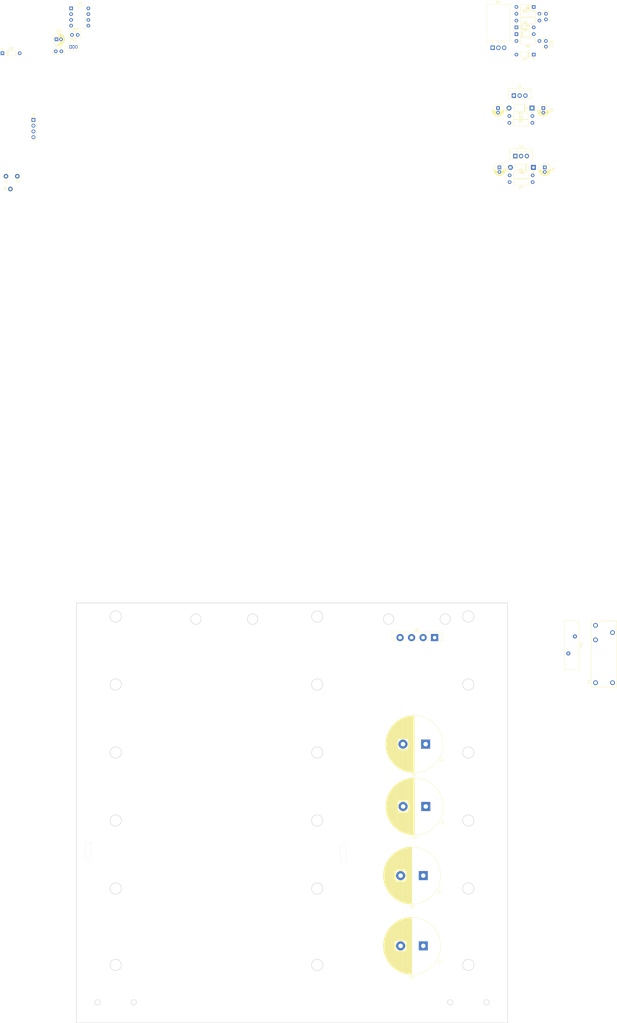
<source format=kicad_pcb>
(kicad_pcb (version 20171130) (host pcbnew 5.1.6)
  (layers (0 F.Cu signal) (31 B.Cu signal) (34 B.Paste user) (35 F.Paste user) (36 B.SilkS user) (37 F.SilkS user) (38 B.Mask user) (39 F.Mask user) (44 Edge.Cuts user))
  (net 0 "")
  (net 1 GND)
  (net 2 +12V)
  (net 3 "Net-(C7-Pad1)")
  (net 4 +5V)
  (net 5 "Net-(C10-Pad1)")
  (net 6 "Net-(D2-Pad2)")
  (net 7 "Net-(D2-Pad3)")
  (net 8 "Net-(D3-Pad2)")
  (net 9 "Net-(D4-Pad3)")
  (net 10 "Net-(D7-Pad2)")
  (net 11 VDC)
  (net 12 "Net-(C11-Pad1)")
  (net 13 "Net-(C12-Pad1)")
  (net 14 "Net-(C13-Pad1)")
  (net 15 "Net-(D8-Pad2)")
  (net 16 "Net-(J3-Pad1)")
  (net 17 "Net-(K1-Pad12)")
  (net 18 "Net-(Q1-Pad2)")
  (net 19 "Net-(R7-Pad1)")
  (module Package_DIP:DIP-8_W7.62mm (layer F.Cu) (at 27.610225 -169.58)
    (fp_text reference U3 (at 3.81 -2.33) (layer F.SilkS))
    (fp_text value NE555P)
    (pad 8 thru_hole oval (at 7.62 0) (size 1.6 1.6) (drill 0.8) (layers *.Cu *.Mask) (net 2 +12V))
    (pad 4 thru_hole oval (at 0 7.62) (size 1.6 1.6) (drill 0.8) (layers *.Cu *.Mask) (net 2 +12V))
    (pad 7 thru_hole oval (at 7.62 2.54) (size 1.6 1.6) (drill 0.8) (layers *.Cu *.Mask) (net 12 "Net-(C11-Pad1)"))
    (pad 3 thru_hole oval (at 0 5.08) (size 1.6 1.6) (drill 0.8) (layers *.Cu *.Mask) (net 19 "Net-(R7-Pad1)"))
    (pad 6 thru_hole oval (at 7.62 5.08) (size 1.6 1.6) (drill 0.8) (layers *.Cu *.Mask) (net 12 "Net-(C11-Pad1)"))
    (pad 2 thru_hole oval (at 0 2.54) (size 1.6 1.6) (drill 0.8) (layers *.Cu *.Mask) (net 14 "Net-(C13-Pad1)"))
    (pad 5 thru_hole oval (at 7.62 7.62) (size 1.6 1.6) (drill 0.8) (layers *.Cu *.Mask) (net 13 "Net-(C12-Pad1)"))
    (pad 1 thru_hole rect (at 0 0) (size 1.6 1.6) (drill 0.8) (layers *.Cu *.Mask) (net 1 GND))
  )
  (module Varistor:RV_Disc_D21.5mm_W6.1mm_P7.5mm (layer F.Cu) (at 247 115 90)
    (fp_text reference TH1 (at 3.75 5.7 90) (layer F.SilkS))
    (fp_text value 5R)
    (pad 2 thru_hole circle (at 7.5 2.9 90) (size 1.8 1.8) (drill 0.8) (layers *.Cu *.Mask) (net 16 "Net-(J3-Pad1)"))
    (pad 1 thru_hole circle (at 0 0 90) (size 1.8 1.8) (drill 0.8) (layers *.Cu *.Mask) (net 7 "Net-(D2-Pad3)"))
  )
  (module Package_TO_SOT_THT:TO-92_Inline (layer F.Cu) (at 27.400225 -152.6)
    (fp_text reference Q1 (at 1.27 -3.56) (layer F.SilkS))
    (fp_text value BC548)
    (pad 1 thru_hole rect (at 0 0) (size 1.05 1.5) (drill 0.75) (layers *.Cu *.Mask) (net 15 "Net-(D8-Pad2)"))
    (pad 3 thru_hole oval (at 2.54 0) (size 1.05 1.5) (drill 0.75) (layers *.Cu *.Mask) (net 1 GND))
    (pad 2 thru_hole oval (at 1.27 0) (size 1.05 1.5) (drill 0.75) (layers *.Cu *.Mask) (net 18 "Net-(Q1-Pad2)"))
  )
  (module ak:RY611012 (layer F.Cu) (at 259 109 90)
    (fp_text reference K1 (at -18.5 -3 90) (layer F.SilkS))
    (fp_text value RY611012)
    (pad A1 thru_hole circle (at -18.9 7.5 90) (size 2.1 2.1) (drill 1.3) (layers *.Cu *.Mask) (net 2 +12V))
    (pad A2 thru_hole circle (at -18.9 0 90) (size 2.1 2.1) (drill 1.3) (layers *.Cu *.Mask) (net 15 "Net-(D8-Pad2)"))
    (pad 11 thru_hole circle (at 3.2 7.5 90) (size 2.1 2.1) (drill 1.3) (layers *.Cu *.Mask) (net 7 "Net-(D2-Pad3)"))
    (pad 14 thru_hole circle (at 6.4 0 90) (size 2.1 2.1) (drill 1.3) (layers *.Cu *.Mask) (net 16 "Net-(J3-Pad1)"))
    (pad 12 thru_hole circle (at 0 0 90) (size 2.1 2.1) (drill 1.3) (layers *.Cu *.Mask) (net 17 "Net-(K1-Pad12)"))
  )
  (module Connector_PinHeader_2.54mm:PinHeader_1x04_P2.54mm_Vertical (layer F.Cu) (at 10.99 -120.37)
    (fp_text reference J5 (at 0 -2.33) (layer F.SilkS))
    (fp_text value Conn_01x04)
    (pad 4 thru_hole oval (at 0 7.62) (size 1.7 1.7) (drill 1) (layers *.Cu *.Mask) (net 1 GND))
    (pad 3 thru_hole oval (at 0 5.08) (size 1.7 1.7) (drill 1) (layers *.Cu *.Mask) (net 1 GND))
    (pad 2 thru_hole oval (at 0 2.54) (size 1.7 1.7) (drill 1) (layers *.Cu *.Mask) (net 4 +5V))
    (pad 1 thru_hole rect (at 0 0) (size 1.7 1.7) (drill 1) (layers *.Cu *.Mask) (net 2 +12V))
  )
  (module Diode_THT:D_DO-35_SOD27_P7.62mm_Horizontal (layer F.Cu) (at -2.689775 -149.78)
    (fp_text reference D9 (at 3.81 -2.12) (layer F.SilkS))
    (fp_text value 1N4148)
    (fp_text user K (at 0 -1.8) (layer F.SilkS))
    (pad 2 thru_hole oval (at 7.62 0) (size 1.6 1.6) (drill 0.8) (layers *.Cu *.Mask) (net 5 "Net-(C10-Pad1)"))
    (pad 1 thru_hole rect (at 0 0) (size 1.6 1.6) (drill 0.8) (layers *.Cu *.Mask) (net 9 "Net-(D4-Pad3)"))
  )
  (module Capacitor_THT:C_Disc_D5.0mm_W2.5mm_P2.50mm (layer F.Cu) (at 20.810225 -150.63)
    (fp_text reference C13 (at 1.25 -2.5) (layer F.SilkS))
    (fp_text value 100nF)
    (pad 2 thru_hole circle (at 2.5 0) (size 1.6 1.6) (drill 0.8) (layers *.Cu *.Mask) (net 1 GND))
    (pad 1 thru_hole circle (at 0 0) (size 1.6 1.6) (drill 0.8) (layers *.Cu *.Mask) (net 14 "Net-(C13-Pad1)"))
  )
  (module Capacitor_THT:C_Disc_D5.0mm_W2.5mm_P2.50mm (layer F.Cu) (at 28.010225 -157.88)
    (fp_text reference C12 (at 1.25 -2.5) (layer F.SilkS))
    (fp_text value 100nF)
    (pad 2 thru_hole circle (at 2.5 0) (size 1.6 1.6) (drill 0.8) (layers *.Cu *.Mask) (net 1 GND))
    (pad 1 thru_hole circle (at 0 0) (size 1.6 1.6) (drill 0.8) (layers *.Cu *.Mask) (net 13 "Net-(C12-Pad1)"))
  )
  (module Capacitor_THT:CP_Radial_D5.0mm_P2.00mm (layer F.Cu) (at 21.15 -155.93)
    (fp_text reference C11 (at 1 -3.75) (layer F.SilkS))
    (fp_text value 10uF)
    (pad 2 thru_hole circle (at 2 0) (size 1.6 1.6) (drill 0.8) (layers *.Cu *.Mask) (net 1 GND))
    (pad 1 thru_hole rect (at 0 0) (size 1.6 1.6) (drill 0.8) (layers *.Cu *.Mask) (net 12 "Net-(C11-Pad1)"))
  )
  (module Package_TO_SOT_THT:TO-220-3_Vertical (layer F.Cu) (at 223.6 -104.42)
    (fp_text reference U2 (at 2.54 -4.27) (layer F.SilkS))
    (fp_text value LM1084-5)
    (pad 3 thru_hole oval (at 5.08 0) (size 1.905 2) (drill 1.1) (layers *.Cu *.Mask) (net 2 +12V))
    (pad 2 thru_hole oval (at 2.54 0) (size 1.905 2) (drill 1.1) (layers *.Cu *.Mask) (net 4 +5V))
    (pad 1 thru_hole rect (at 0 0) (size 1.905 2) (drill 1.1) (layers *.Cu *.Mask) (net 1 GND))
  )
  (module Package_TO_SOT_THT:TO-220-3_Vertical (layer F.Cu) (at 222.98 -131.09)
    (fp_text reference U1 (at 2.54 -4.27) (layer F.SilkS))
    (fp_text value LM1084-12)
    (pad 3 thru_hole oval (at 5.08 0) (size 1.905 2) (drill 1.1) (layers *.Cu *.Mask) (net 11 VDC))
    (pad 2 thru_hole oval (at 2.54 0) (size 1.905 2) (drill 1.1) (layers *.Cu *.Mask) (net 2 +12V))
    (pad 1 thru_hole rect (at 0 0) (size 1.905 2) (drill 1.1) (layers *.Cu *.Mask) (net 1 GND))
  )
  (module Resistor_THT:R_Axial_DIN0207_L6.3mm_D2.5mm_P10.16mm_Horizontal (layer F.Cu) (at 231.26 -92.92 180)
    (fp_text reference R7 (at 5.08 -2.37) (layer F.SilkS))
    (fp_text value 10k)
    (pad 2 thru_hole oval (at 10.16 0 180) (size 1.6 1.6) (drill 0.8) (layers *.Cu *.Mask) (net 18 "Net-(Q1-Pad2)"))
    (pad 1 thru_hole circle (at 0 0 180) (size 1.6 1.6) (drill 0.8) (layers *.Cu *.Mask) (net 19 "Net-(R7-Pad1)"))
  )
  (module Resistor_THT:R_Axial_DIN0207_L6.3mm_D2.5mm_P10.16mm_Horizontal (layer F.Cu) (at 234.26 -155.2 180)
    (fp_text reference R6 (at 5.08 -2.37) (layer F.SilkS))
    (fp_text value 470R)
    (pad 2 thru_hole oval (at 10.16 0 180) (size 1.6 1.6) (drill 0.8) (layers *.Cu *.Mask) (net 1 GND))
    (pad 1 thru_hole circle (at 0 0 180) (size 1.6 1.6) (drill 0.8) (layers *.Cu *.Mask) (net 10 "Net-(D7-Pad2)"))
  )
  (module Resistor_THT:R_Axial_DIN0207_L6.3mm_D2.5mm_P10.16mm_Horizontal (layer F.Cu) (at 221.1 -95.92)
    (fp_text reference R5 (at 5.08 -2.37) (layer F.SilkS))
    (fp_text value 100k)
    (pad 2 thru_hole oval (at 10.16 0) (size 1.6 1.6) (drill 0.8) (layers *.Cu *.Mask) (net 14 "Net-(C13-Pad1)"))
    (pad 1 thru_hole circle (at 0 0) (size 1.6 1.6) (drill 0.8) (layers *.Cu *.Mask) (net 2 +12V))
  )
  (module Resistor_THT:R_Axial_DIN0207_L6.3mm_D2.5mm_P10.16mm_Horizontal (layer F.Cu) (at 224.1 -167.2)
    (fp_text reference R4 (at 5.08 -2.37) (layer F.SilkS))
    (fp_text value 100k)
    (pad 2 thru_hole oval (at 10.16 0) (size 1.6 1.6) (drill 0.8) (layers *.Cu *.Mask) (net 12 "Net-(C11-Pad1)"))
    (pad 1 thru_hole circle (at 0 0) (size 1.6 1.6) (drill 0.8) (layers *.Cu *.Mask) (net 2 +12V))
  )
  (module Resistor_THT:R_Axial_DIN0207_L6.3mm_D2.5mm_P10.16mm_Horizontal (layer F.Cu) (at 220.98 -119.09)
    (fp_text reference R3 (at 5.08 -2.37) (layer F.SilkS))
    (fp_text value 100R)
    (pad 2 thru_hole oval (at 10.16 0) (size 1.6 1.6) (drill 0.8) (layers *.Cu *.Mask) (net 10 "Net-(D7-Pad2)"))
    (pad 1 thru_hole circle (at 0 0) (size 1.6 1.6) (drill 0.8) (layers *.Cu *.Mask) (net 5 "Net-(C10-Pad1)"))
  )
  (module Resistor_THT:R_Axial_DIN0207_L6.3mm_D2.5mm_P10.16mm_Horizontal (layer F.Cu) (at 234.26 -164.2 180)
    (fp_text reference R2 (at 5.08 -2.37) (layer F.SilkS))
    (fp_text value 470R)
    (pad 2 thru_hole oval (at 10.16 0 180) (size 1.6 1.6) (drill 0.8) (layers *.Cu *.Mask) (net 1 GND))
    (pad 1 thru_hole circle (at 0 0 180) (size 1.6 1.6) (drill 0.8) (layers *.Cu *.Mask) (net 8 "Net-(D3-Pad2)"))
  )
  (module Resistor_THT:R_Axial_DIN0207_L6.3mm_D2.5mm_P10.16mm_Horizontal (layer F.Cu) (at 231.14 -122.09 180)
    (fp_text reference R1 (at 5.08 -2.37) (layer F.SilkS))
    (fp_text value 100R)
    (pad 2 thru_hole oval (at 10.16 0 180) (size 1.6 1.6) (drill 0.8) (layers *.Cu *.Mask) (net 8 "Net-(D3-Pad2)"))
    (pad 1 thru_hole circle (at 0 0 180) (size 1.6 1.6) (drill 0.8) (layers *.Cu *.Mask) (net 3 "Net-(C7-Pad1)"))
  )
  (module Connector_Pin:Pin_D1.0mm_L10.0mm (layer F.Cu) (at 3.87 -95.52)
    (fp_text reference J4 (at 0 2.25) (layer F.SilkS))
    (fp_text value Conn_01x01 hide)
    (pad 1 thru_hole circle (at 0 0) (size 2 2) (drill 1) (layers *.Cu *.Mask) (net 16 "Net-(J3-Pad1)"))
  )
  (module Connector_Pin:Pin_D1.0mm_L10.0mm (layer F.Cu) (at 0.83 -89.89 270)
    (fp_text reference J3 (at 0 2.25 90) (layer F.SilkS))
    (fp_text value Conn_01x01 hide)
    (pad 1 thru_hole circle (at 0 0 270) (size 2 2) (drill 1) (layers *.Cu *.Mask) (net 16 "Net-(J3-Pad1)"))
  )
  (module Connector_Pin:Pin_D1.0mm_L10.0mm (layer F.Cu) (at -1.13 -95.52)
    (fp_text reference J1 (at 0 2.25) (layer F.SilkS))
    (fp_text value Conn_01x01 hide)
    (pad 1 thru_hole circle (at 0 0) (size 2 2) (drill 1) (layers *.Cu *.Mask) (net 6 "Net-(D2-Pad2)"))
  )
  (module Diode_THT:D_DO-35_SOD27_P7.62mm_Horizontal (layer F.Cu) (at 224.1 -158.2)
    (fp_text reference D8 (at 3.81 -2.12) (layer F.SilkS))
    (fp_text value 1N4148)
    (fp_text user K (at 0 -1.8) (layer F.SilkS))
    (pad 2 thru_hole oval (at 7.62 0) (size 1.6 1.6) (drill 0.8) (layers *.Cu *.Mask) (net 15 "Net-(D8-Pad2)"))
    (pad 1 thru_hole rect (at 0 0) (size 1.6 1.6) (drill 0.8) (layers *.Cu *.Mask) (net 2 +12V))
  )
  (module Diode_THT:D_DO-35_SOD27_P7.62mm_Horizontal (layer F.Cu) (at 231.72 -149.2 180)
    (fp_text reference D7 (at 3.81 -2.12) (layer F.SilkS))
    (fp_text value 5V)
    (fp_text user K (at 0 -1.8) (layer F.SilkS))
    (pad 2 thru_hole oval (at 7.62 0 180) (size 1.6 1.6) (drill 0.8) (layers *.Cu *.Mask) (net 10 "Net-(D7-Pad2)"))
    (pad 1 thru_hole rect (at 0 0 180) (size 1.6 1.6) (drill 0.8) (layers *.Cu *.Mask) (net 4 +5V))
  )
  (module Diode_THT:D_DO-41_SOD81_P10.16mm_Horizontal (layer F.Cu) (at 231.6 -99.42 180)
    (fp_text reference D6 (at 5.08 -2.47) (layer F.SilkS))
    (fp_text value 1N5819)
    (fp_text user K (at 0 -2.1) (layer F.SilkS))
    (pad 2 thru_hole oval (at 10.16 0 180) (size 2.2 2.2) (drill 1.1) (layers *.Cu *.Mask) (net 4 +5V))
    (pad 1 thru_hole rect (at 0 0 180) (size 2.2 2.2) (drill 1.1) (layers *.Cu *.Mask) (net 2 +12V))
  )
  (module Diode_THT:D_DO-35_SOD27_P7.62mm_Horizontal (layer F.Cu) (at 224.1 -161.2)
    (fp_text reference D5 (at 3.81 -2.12) (layer F.SilkS))
    (fp_text value 1N4148)
    (fp_text user K (at 0 -1.8) (layer F.SilkS))
    (pad 2 thru_hole oval (at 7.62 0) (size 1.6 1.6) (drill 0.8) (layers *.Cu *.Mask) (net 3 "Net-(C7-Pad1)"))
    (pad 1 thru_hole rect (at 0 0) (size 1.6 1.6) (drill 0.8) (layers *.Cu *.Mask) (net 9 "Net-(D4-Pad3)"))
  )
  (module Package_TO_SOT_THT:TO-220F-3_Horizontal_TabDown (layer F.Cu) (at 213.6 -152.2)
    (fp_text reference D4 (at 2.54 -20.22) (layer F.SilkS))
    (fp_text value Q_SCR_KAG)
    (pad 3 thru_hole oval (at 5.08 0) (size 1.905 2) (drill 1.2) (layers *.Cu *.Mask) (net 9 "Net-(D4-Pad3)"))
    (pad 2 thru_hole oval (at 2.54 0) (size 1.905 2) (drill 1.2) (layers *.Cu *.Mask) (net 11 VDC))
    (pad 1 thru_hole rect (at 0 0) (size 1.905 2) (drill 1.2) (layers *.Cu *.Mask) (net 1 GND))
    (pad "" np_thru_hole oval (at 2.54 -15.8) (size 3.5 3.5) (drill 3.5) (layers *.Cu *.Mask))
  )
  (module Diode_THT:D_DO-35_SOD27_P7.62mm_Horizontal (layer F.Cu) (at 231.72 -170.2 180)
    (fp_text reference D3 (at 3.81 -2.12) (layer F.SilkS))
    (fp_text value 12V)
    (fp_text user K (at 0 -1.8) (layer F.SilkS))
    (pad 2 thru_hole oval (at 7.62 0 180) (size 1.6 1.6) (drill 0.8) (layers *.Cu *.Mask) (net 8 "Net-(D3-Pad2)"))
    (pad 1 thru_hole rect (at 0 0 180) (size 1.6 1.6) (drill 0.8) (layers *.Cu *.Mask) (net 2 +12V))
  )
  (module Diode_THT:Diode_Bridge_Vishay_GBU (layer F.Cu) (at 188 108 180)
    (fp_text reference D2 (at 7.7 3.3 180) (layer F.SilkS))
    (fp_text value D_Bridge_+AA-)
    (pad 1 thru_hole rect (at 0 0 180) (size 3.2 3.2) (drill 1.6) (layers *.Cu *.Mask) (net 11 VDC))
    (pad 2 thru_hole circle (at 5.08 0 180) (size 3.2 3.2) (drill 1.6) (layers *.Cu *.Mask) (net 6 "Net-(D2-Pad2)"))
    (pad 3 thru_hole circle (at 10.16 0 180) (size 3.2 3.2) (drill 1.6) (layers *.Cu *.Mask) (net 7 "Net-(D2-Pad3)"))
    (pad 4 thru_hole circle (at 15.24 0 180) (size 3.2 3.2) (drill 1.6) (layers *.Cu *.Mask) (net 1 GND))
  )
  (module Diode_THT:D_DO-41_SOD81_P10.16mm_Horizontal (layer F.Cu) (at 230.98 -125.59 180)
    (fp_text reference D1 (at 5.08 -2.47) (layer F.SilkS))
    (fp_text value 1N5819)
    (fp_text user K (at 0 -2.1) (layer F.SilkS))
    (pad 2 thru_hole oval (at 10.16 0 180) (size 2.2 2.2) (drill 1.1) (layers *.Cu *.Mask) (net 2 +12V))
    (pad 1 thru_hole rect (at 0 0 180) (size 2.2 2.2) (drill 1.1) (layers *.Cu *.Mask) (net 11 VDC))
  )
  (module Capacitor_THT:C_Disc_D5.0mm_W2.5mm_P2.50mm (layer F.Cu) (at 237.1 -155.2 270)
    (fp_text reference C10 (at 1.25 -2.5 90) (layer F.SilkS))
    (fp_text value 100nF)
    (pad 2 thru_hole circle (at 2.5 0 270) (size 1.6 1.6) (drill 0.8) (layers *.Cu *.Mask) (net 1 GND))
    (pad 1 thru_hole circle (at 0 0 270) (size 1.6 1.6) (drill 0.8) (layers *.Cu *.Mask) (net 5 "Net-(C10-Pad1)"))
  )
  (module Capacitor_THT:CP_Radial_D5.0mm_P2.00mm (layer F.Cu) (at 216.6 -99.42 270)
    (fp_text reference C9 (at 1 -3.75 90) (layer F.SilkS))
    (fp_text value 10uF)
    (pad 2 thru_hole circle (at 2 0 270) (size 1.6 1.6) (drill 0.8) (layers *.Cu *.Mask) (net 1 GND))
    (pad 1 thru_hole rect (at 0 0 270) (size 1.6 1.6) (drill 0.8) (layers *.Cu *.Mask) (net 4 +5V))
  )
  (module Capacitor_THT:CP_Radial_D5.0mm_P2.00mm (layer F.Cu) (at 236.6 -99.42 270)
    (fp_text reference C8 (at 1 -3.75 90) (layer F.SilkS))
    (fp_text value 10uF)
    (pad 2 thru_hole circle (at 2 0 270) (size 1.6 1.6) (drill 0.8) (layers *.Cu *.Mask) (net 1 GND))
    (pad 1 thru_hole rect (at 0 0 270) (size 1.6 1.6) (drill 0.8) (layers *.Cu *.Mask) (net 2 +12V))
  )
  (module Capacitor_THT:C_Disc_D5.0mm_W2.5mm_P2.50mm (layer F.Cu) (at 237.1 -164.7 90)
    (fp_text reference C7 (at 1.25 -2.5 90) (layer F.SilkS))
    (fp_text value 100nF)
    (pad 2 thru_hole circle (at 2.5 0 90) (size 1.6 1.6) (drill 0.8) (layers *.Cu *.Mask) (net 1 GND))
    (pad 1 thru_hole circle (at 0 0 90) (size 1.6 1.6) (drill 0.8) (layers *.Cu *.Mask) (net 3 "Net-(C7-Pad1)"))
  )
  (module Capacitor_THT:CP_Radial_D5.0mm_P2.00mm (layer F.Cu) (at 215.98 -125.59 270)
    (fp_text reference C6 (at 1 -3.75 90) (layer F.SilkS))
    (fp_text value 10uF)
    (pad 2 thru_hole circle (at 2 0 270) (size 1.6 1.6) (drill 0.8) (layers *.Cu *.Mask) (net 1 GND))
    (pad 1 thru_hole rect (at 0 0 270) (size 1.6 1.6) (drill 0.8) (layers *.Cu *.Mask) (net 2 +12V))
  )
  (module Capacitor_THT:CP_Radial_D5.0mm_P2.00mm (layer F.Cu) (at 235.98 -125.59 270)
    (fp_text reference C5 (at 1 -3.75 90) (layer F.SilkS))
    (fp_text value 10uF)
    (pad 2 thru_hole circle (at 2 0 270) (size 1.6 1.6) (drill 0.8) (layers *.Cu *.Mask) (net 1 GND))
    (pad 1 thru_hole rect (at 0 0 270) (size 1.6 1.6) (drill 0.8) (layers *.Cu *.Mask) (net 11 VDC))
  )
  (module Capacitor_THT:CP_Radial_D25.0mm_P10.00mm_SnapIn (layer F.Cu) (at 184.1 182.5 180)
    (fp_text reference C4 (at 5 -13.75) (layer F.SilkS))
    (fp_text value 4700uF)
    (pad 2 thru_hole circle (at 10 0 180) (size 4 4) (drill 2) (layers *.Cu *.Mask) (net 1 GND))
    (pad 1 thru_hole rect (at 0 0 180) (size 4 4) (drill 2) (layers *.Cu *.Mask) (net 11 VDC))
  )
  (module Capacitor_THT:CP_Radial_D25.0mm_P10.00mm_SnapIn (layer F.Cu) (at 183 244 180)
    (fp_text reference C3 (at 5 -13.75) (layer F.SilkS))
    (fp_text value 4700uF)
    (pad 2 thru_hole circle (at 10 0 180) (size 4 4) (drill 2) (layers *.Cu *.Mask) (net 1 GND))
    (pad 1 thru_hole rect (at 0 0 180) (size 4 4) (drill 2) (layers *.Cu *.Mask) (net 11 VDC))
  )
  (module Capacitor_THT:CP_Radial_D25.0mm_P10.00mm_SnapIn (layer F.Cu) (at 183 213 180)
    (fp_text reference C2 (at 5 -13.75) (layer F.SilkS))
    (fp_text value 4700uF)
    (pad 2 thru_hole circle (at 10 0 180) (size 4 4) (drill 2) (layers *.Cu *.Mask) (net 1 GND))
    (pad 1 thru_hole rect (at 0 0 180) (size 4 4) (drill 2) (layers *.Cu *.Mask) (net 11 VDC))
  )
  (module Capacitor_THT:CP_Radial_D25.0mm_P10.00mm_SnapIn (layer F.Cu) (at 184.04 155 180)
    (fp_text reference C1 (at 5 -13.75) (layer F.SilkS))
    (fp_text value 4700uF)
    (pad 2 thru_hole circle (at 10 0 180) (size 4 4) (drill 2) (layers *.Cu *.Mask) (net 1 GND))
    (pad 1 thru_hole rect (at 0 0 180) (size 4 4) (drill 2) (layers *.Cu *.Mask) (net 11 VDC))
  )
  (gr_curve (pts (xy 194.824153 99.082317) (xy 194.7681 98.921162) (xy 194.693562 98.767044) (xy 194.601658 98.623323)) (layer Edge.Cuts) (width 0.2))
  (gr_curve (pts (xy 194.601658 98.623323) (xy 194.511857 98.482892) (xy 194.406083 98.353341) (xy 194.286154 98.237618)) (layer Edge.Cuts) (width 0.2))
  (gr_arc (start 192.666229 99.600531) (end 194.286154 98.237618) (angle -99.84934888) (layer Edge.Cuts) (width 0.2))
  (gr_circle (center 202.866229 98.700531) (end 200.366229 98.700531) (layer Edge.Cuts) (width 0.2))
  (gr_arc (start 167.666229 99.600531) (end 167.004491 102.073526) (angle -29.96109879) (layer Edge.Cuts) (width 0.2))
  (gr_curve (pts (xy 166.475814 101.80872) (xy 166.641003 101.917447) (xy 166.818515 102.006188) (xy 167.004491 102.073526)) (layer Edge.Cuts) (width 0.2))
  (gr_curve (pts (xy 166.032336 101.435865) (xy 166.164975 101.577137) (xy 166.313922 101.702164) (xy 166.475814 101.80872)) (layer Edge.Cuts) (width 0.2))
  (gr_curve (pts (xy 165.537858 100.647851) (xy 165.649444 100.94023) (xy 165.817966 101.207543) (xy 166.032336 101.435865)) (layer Edge.Cuts) (width 0.2))
  (gr_curve (pts (xy 165.385058 99.763741) (xy 165.377603 100.065461) (xy 165.430159 100.365655) (xy 165.537858 100.647851)) (layer Edge.Cuts) (width 0.2))
  (gr_curve (pts (xy 165.572037 98.920075) (xy 165.455109 99.1862) (xy 165.392245 99.472913) (xy 165.385058 99.763741)) (layer Edge.Cuts) (width 0.2))
  (gr_curve (pts (xy 166.046303 98.237618) (xy 165.845135 98.431732) (xy 165.684584 98.663922) (xy 165.572037 98.920075)) (layer Edge.Cuts) (width 0.2))
  (gr_arc (start 167.666229 99.600531) (end 169.286154 98.237618) (angle -99.84934888) (layer Edge.Cuts) (width 0.2))
  (gr_curve (pts (xy 169.601658 98.623323) (xy 169.511857 98.482892) (xy 169.406083 98.353341) (xy 169.286154 98.237618)) (layer Edge.Cuts) (width 0.2))
  (gr_curve (pts (xy 169.824153 99.082317) (xy 169.7681 98.921162) (xy 169.693562 98.767044) (xy 169.601658 98.623323)) (layer Edge.Cuts) (width 0.2))
  (gr_curve (pts (xy 169.944654 99.945427) (xy 169.960731 99.652476) (xy 169.920457 99.359202) (xy 169.824153 99.082317)) (layer Edge.Cuts) (width 0.2))
  (gr_curve (pts (xy 169.720179 100.821676) (xy 169.851086 100.54673) (xy 169.92798 100.249251) (xy 169.944654 99.945427)) (layer Edge.Cuts) (width 0.2))
  (gr_curve (pts (xy 169.16003 101.573584) (xy 169.393785 101.361466) (xy 169.584589 101.106457) (xy 169.720179 100.821676)) (layer Edge.Cuts) (width 0.2))
  (gr_curve (pts (xy 168.327966 102.073526) (xy 168.63523 101.962272) (xy 168.918206 101.793024) (xy 169.16003 101.573584)) (layer Edge.Cuts) (width 0.2))
  (gr_arc (start 107.666229 99.600531) (end 107.004491 102.073526) (angle -29.96109879) (layer Edge.Cuts) (width 0.2))
  (gr_curve (pts (xy 106.475814 101.80872) (xy 106.641003 101.917447) (xy 106.818515 102.006188) (xy 107.004491 102.073526)) (layer Edge.Cuts) (width 0.2))
  (gr_curve (pts (xy 106.032336 101.435865) (xy 106.164975 101.577137) (xy 106.313922 101.702164) (xy 106.475814 101.80872)) (layer Edge.Cuts) (width 0.2))
  (gr_curve (pts (xy 105.537858 100.647851) (xy 105.649444 100.94023) (xy 105.817966 101.207543) (xy 106.032336 101.435865)) (layer Edge.Cuts) (width 0.2))
  (gr_curve (pts (xy 105.385058 99.763741) (xy 105.377603 100.065461) (xy 105.430159 100.365655) (xy 105.537858 100.647851)) (layer Edge.Cuts) (width 0.2))
  (gr_curve (pts (xy 105.572037 98.920075) (xy 105.455109 99.1862) (xy 105.392245 99.472913) (xy 105.385058 99.763741)) (layer Edge.Cuts) (width 0.2))
  (gr_curve (pts (xy 106.046303 98.237618) (xy 105.845135 98.431732) (xy 105.684584 98.663922) (xy 105.572037 98.920075)) (layer Edge.Cuts) (width 0.2))
  (gr_arc (start 107.666229 99.600531) (end 109.286154 98.237618) (angle -99.84934888) (layer Edge.Cuts) (width 0.2))
  (gr_curve (pts (xy 109.601658 98.623323) (xy 109.511857 98.482892) (xy 109.406083 98.353341) (xy 109.286154 98.237618)) (layer Edge.Cuts) (width 0.2))
  (gr_curve (pts (xy 109.824153 99.082317) (xy 109.7681 98.921162) (xy 109.693562 98.767044) (xy 109.601658 98.623323)) (layer Edge.Cuts) (width 0.2))
  (gr_curve (pts (xy 109.944654 99.945427) (xy 109.960731 99.652476) (xy 109.920457 99.359202) (xy 109.824153 99.082317)) (layer Edge.Cuts) (width 0.2))
  (gr_curve (pts (xy 109.720179 100.821676) (xy 109.851086 100.54673) (xy 109.92798 100.249251) (xy 109.944654 99.945427)) (layer Edge.Cuts) (width 0.2))
  (gr_curve (pts (xy 109.16003 101.573584) (xy 109.393785 101.361466) (xy 109.584589 101.106457) (xy 109.720179 100.821676)) (layer Edge.Cuts) (width 0.2))
  (gr_curve (pts (xy 108.327966 102.073526) (xy 108.63523 101.962272) (xy 108.918206 101.793024) (xy 109.16003 101.573584)) (layer Edge.Cuts) (width 0.2))
  (gr_arc (start 192.666229 99.600531) (end 192.004491 102.073526) (angle -29.96109879) (layer Edge.Cuts) (width 0.2))
  (gr_curve (pts (xy 191.475814 101.80872) (xy 191.641003 101.917447) (xy 191.818515 102.006188) (xy 192.004491 102.073526)) (layer Edge.Cuts) (width 0.2))
  (gr_curve (pts (xy 191.032336 101.435865) (xy 191.164975 101.577137) (xy 191.313922 101.702164) (xy 191.475814 101.80872)) (layer Edge.Cuts) (width 0.2))
  (gr_curve (pts (xy 190.537858 100.647851) (xy 190.649444 100.94023) (xy 190.817966 101.207543) (xy 191.032336 101.435865)) (layer Edge.Cuts) (width 0.2))
  (gr_curve (pts (xy 190.385058 99.763741) (xy 190.377603 100.065461) (xy 190.430159 100.365655) (xy 190.537858 100.647851)) (layer Edge.Cuts) (width 0.2))
  (gr_curve (pts (xy 190.572037 98.920075) (xy 190.455109 99.1862) (xy 190.392245 99.472913) (xy 190.385058 99.763741)) (layer Edge.Cuts) (width 0.2))
  (gr_curve (pts (xy 191.046303 98.237618) (xy 190.845135 98.431732) (xy 190.684584 98.663922) (xy 190.572037 98.920075)) (layer Edge.Cuts) (width 0.2))
  (gr_curve (pts (xy 194.944654 99.945427) (xy 194.960731 99.652476) (xy 194.920457 99.359202) (xy 194.824153 99.082317)) (layer Edge.Cuts) (width 0.2))
  (gr_curve (pts (xy 194.720179 100.821676) (xy 194.851086 100.54673) (xy 194.92798 100.249251) (xy 194.944654 99.945427)) (layer Edge.Cuts) (width 0.2))
  (gr_curve (pts (xy 194.16003 101.573584) (xy 194.393785 101.361466) (xy 194.584589 101.106457) (xy 194.720179 100.821676)) (layer Edge.Cuts) (width 0.2))
  (gr_curve (pts (xy 193.327966 102.073526) (xy 193.63523 101.962272) (xy 193.918206 101.793024) (xy 194.16003 101.573584)) (layer Edge.Cuts) (width 0.2))
  (gr_arc (start 82.666229 99.600531) (end 82.004491 102.073526) (angle -29.96109879) (layer Edge.Cuts) (width 0.2))
  (gr_curve (pts (xy 81.475814 101.80872) (xy 81.641003 101.917447) (xy 81.818515 102.006188) (xy 82.004491 102.073526)) (layer Edge.Cuts) (width 0.2))
  (gr_curve (pts (xy 81.032336 101.435865) (xy 81.164975 101.577137) (xy 81.313922 101.702164) (xy 81.475814 101.80872)) (layer Edge.Cuts) (width 0.2))
  (gr_curve (pts (xy 80.537858 100.647851) (xy 80.649444 100.94023) (xy 80.817966 101.207543) (xy 81.032336 101.435865)) (layer Edge.Cuts) (width 0.2))
  (gr_curve (pts (xy 80.385058 99.763741) (xy 80.377603 100.065461) (xy 80.430159 100.365655) (xy 80.537858 100.647851)) (layer Edge.Cuts) (width 0.2))
  (gr_curve (pts (xy 80.572037 98.920075) (xy 80.455109 99.1862) (xy 80.392245 99.472913) (xy 80.385058 99.763741)) (layer Edge.Cuts) (width 0.2))
  (gr_curve (pts (xy 81.046303 98.237618) (xy 80.845135 98.431732) (xy 80.684584 98.663922) (xy 80.572037 98.920075)) (layer Edge.Cuts) (width 0.2))
  (gr_arc (start 82.666229 99.600531) (end 84.286154 98.237618) (angle -99.84934888) (layer Edge.Cuts) (width 0.2))
  (gr_curve (pts (xy 84.601658 98.623323) (xy 84.511857 98.482892) (xy 84.406083 98.353341) (xy 84.286154 98.237618)) (layer Edge.Cuts) (width 0.2))
  (gr_curve (pts (xy 84.824153 99.082317) (xy 84.7681 98.921162) (xy 84.693562 98.767044) (xy 84.601658 98.623323)) (layer Edge.Cuts) (width 0.2))
  (gr_curve (pts (xy 84.944654 99.945427) (xy 84.960731 99.652476) (xy 84.920457 99.359202) (xy 84.824153 99.082317)) (layer Edge.Cuts) (width 0.2))
  (gr_curve (pts (xy 84.720179 100.821676) (xy 84.851086 100.54673) (xy 84.92798 100.249251) (xy 84.944654 99.945427)) (layer Edge.Cuts) (width 0.2))
  (gr_curve (pts (xy 84.16003 101.573584) (xy 84.393785 101.361466) (xy 84.584589 101.106457) (xy 84.720179 100.821676)) (layer Edge.Cuts) (width 0.2))
  (gr_curve (pts (xy 83.327966 102.073526) (xy 83.63523 101.962272) (xy 83.918206 101.793024) (xy 84.16003 101.573584)) (layer Edge.Cuts) (width 0.2))
  (gr_line (start 220.166229 277.985534) (end 29.986229 277.985534) (layer Edge.Cuts) (width 0.2))
  (gr_line (start 220.166229 92.715528) (end 220.166229 277.985534) (layer Edge.Cuts) (width 0.2))
  (gr_line (start 29.986229 92.715528) (end 220.166229 92.715528) (layer Edge.Cuts) (width 0.2))
  (gr_line (start 29.986229 277.985534) (end 29.986229 92.715528) (layer Edge.Cuts) (width 0.2))
  (gr_circle (center 47.286229 98.700531) (end 44.786229 98.700531) (layer Edge.Cuts) (width 0.2))
  (gr_circle (center 210.866229 268.900531) (end 209.666229 268.900531) (layer Edge.Cuts) (width 0.2))
  (gr_circle (center 194.866229 268.900531) (end 193.666229 268.900531) (layer Edge.Cuts) (width 0.2))
  (gr_circle (center 39.286229 268.900531) (end 38.086229 268.900531) (layer Edge.Cuts) (width 0.2))
  (gr_circle (center 55.286229 268.900531) (end 54.086229 268.900531) (layer Edge.Cuts) (width 0.2))
  (gr_circle (center 47.286229 252.400531) (end 44.786229 252.400531) (layer Edge.Cuts) (width 0.2))
  (gr_circle (center 47.286229 218.700531) (end 44.786229 218.700531) (layer Edge.Cuts) (width 0.2))
  (gr_circle (center 136.186229 218.700531) (end 133.686229 218.700531) (layer Edge.Cuts) (width 0.2))
  (gr_circle (center 136.186229 252.400531) (end 133.686229 252.400531) (layer Edge.Cuts) (width 0.2))
  (gr_circle (center 202.866229 252.400531) (end 200.366229 252.400531) (layer Edge.Cuts) (width 0.2))
  (gr_circle (center 202.866229 218.700531) (end 200.366229 218.700531) (layer Edge.Cuts) (width 0.2))
  (gr_circle (center 202.866229 128.700531) (end 200.366229 128.700531) (layer Edge.Cuts) (width 0.2))
  (gr_circle (center 202.866229 158.700531) (end 200.366229 158.700531) (layer Edge.Cuts) (width 0.2))
  (gr_circle (center 202.866229 188.700531) (end 200.366229 188.700531) (layer Edge.Cuts) (width 0.2))
  (gr_circle (center 136.186229 188.700531) (end 133.686229 188.700531) (layer Edge.Cuts) (width 0.2))
  (gr_circle (center 136.186229 158.700531) (end 133.686229 158.700531) (layer Edge.Cuts) (width 0.2))
  (gr_circle (center 136.186229 128.700531) (end 133.686229 128.700531) (layer Edge.Cuts) (width 0.2))
  (gr_circle (center 136.186229 98.700531) (end 133.686229 98.700531) (layer Edge.Cuts) (width 0.2))
  (gr_circle (center 47.286229 188.700531) (end 44.786229 188.700531) (layer Edge.Cuts) (width 0.2))
  (gr_circle (center 47.286229 158.700531) (end 44.786229 158.700531) (layer Edge.Cuts) (width 0.2))
  (gr_circle (center 47.286229 128.700531) (end 44.786229 128.700531) (layer Edge.Cuts) (width 0.2))
  (gr_line (start 36.5 198.4) (end 34 198.4) (layer Edge.Cuts) (width 0.05))
  (gr_line (start 36.5 205.9) (end 36.5 198.4) (layer Edge.Cuts) (width 0.05))
  (gr_line (start 34 198.4) (end 34 205.9) (layer Edge.Cuts) (width 0.05))
  (gr_line (start 34 205.9) (end 36.5 205.9) (layer Edge.Cuts) (width 0.05))
  (gr_line (start 149 199.4) (end 146.5 199.4) (layer Edge.Cuts) (width 0.05))
  (gr_line (start 149 206.9) (end 149 199.4) (layer Edge.Cuts) (width 0.05))
  (gr_line (start 146.5 206.9) (end 149 206.9) (layer Edge.Cuts) (width 0.05))
  (gr_line (start 146.5 199.4) (end 146.5 206.9) (layer Edge.Cuts) (width 0.05))
)
</source>
